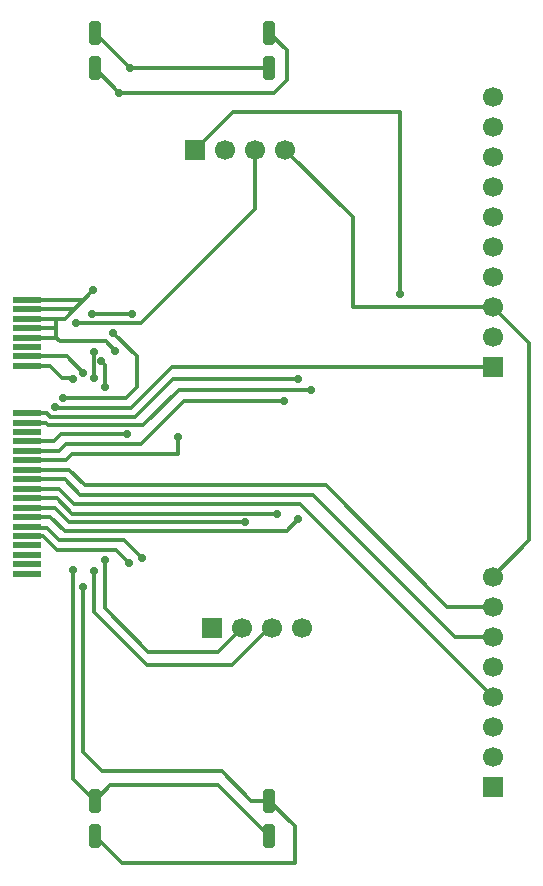
<source format=gbr>
%TF.GenerationSoftware,KiCad,Pcbnew,9.0.2*%
%TF.CreationDate,2025-06-25T22:54:11+10:00*%
%TF.ProjectId,F0-uConsole,46302d75-436f-46e7-936f-6c652e6b6963,rev?*%
%TF.SameCoordinates,Original*%
%TF.FileFunction,Copper,L2,Bot*%
%TF.FilePolarity,Positive*%
%FSLAX46Y46*%
G04 Gerber Fmt 4.6, Leading zero omitted, Abs format (unit mm)*
G04 Created by KiCad (PCBNEW 9.0.2) date 2025-06-25 22:54:11*
%MOMM*%
%LPD*%
G01*
G04 APERTURE LIST*
G04 Aperture macros list*
%AMRoundRect*
0 Rectangle with rounded corners*
0 $1 Rounding radius*
0 $2 $3 $4 $5 $6 $7 $8 $9 X,Y pos of 4 corners*
0 Add a 4 corners polygon primitive as box body*
4,1,4,$2,$3,$4,$5,$6,$7,$8,$9,$2,$3,0*
0 Add four circle primitives for the rounded corners*
1,1,$1+$1,$2,$3*
1,1,$1+$1,$4,$5*
1,1,$1+$1,$6,$7*
1,1,$1+$1,$8,$9*
0 Add four rect primitives between the rounded corners*
20,1,$1+$1,$2,$3,$4,$5,0*
20,1,$1+$1,$4,$5,$6,$7,0*
20,1,$1+$1,$6,$7,$8,$9,0*
20,1,$1+$1,$8,$9,$2,$3,0*%
G04 Aperture macros list end*
%TA.AperFunction,ComponentPad*%
%ADD10R,1.700000X1.700000*%
%TD*%
%TA.AperFunction,ComponentPad*%
%ADD11C,1.700000*%
%TD*%
%TA.AperFunction,SMDPad,CuDef*%
%ADD12R,2.350000X0.600000*%
%TD*%
%TA.AperFunction,ConnectorPad*%
%ADD13RoundRect,0.250000X-0.250000X-0.750000X0.250000X-0.750000X0.250000X0.750000X-0.250000X0.750000X0*%
%TD*%
%TA.AperFunction,ViaPad*%
%ADD14C,0.700000*%
%TD*%
%TA.AperFunction,Conductor*%
%ADD15C,0.300000*%
%TD*%
G04 APERTURE END LIST*
D10*
%TO.P,J5,1,Pin_1*%
%TO.N,+5V*%
X119680000Y-93400000D03*
D11*
%TO.P,J5,2,Pin_2*%
%TO.N,USB4_DN*%
X122220000Y-93400000D03*
%TO.P,J5,3,Pin_3*%
%TO.N,USB4_DP*%
X124760000Y-93400000D03*
%TO.P,J5,4,Pin_4*%
%TO.N,GND*%
X127300000Y-93400000D03*
%TD*%
D10*
%TO.P,J3,1,Pin_1*%
%TO.N,+3.3V*%
X143440164Y-71322884D03*
D11*
%TO.P,J3,2,Pin_2*%
%TO.N,SCL*%
X143440164Y-68782884D03*
%TO.P,J3,3,Pin_3*%
%TO.N,GND*%
X143440164Y-66242884D03*
%TO.P,J3,4,Pin_4*%
%TO.N,SDA*%
X143440164Y-63702884D03*
%TO.P,J3,5,Pin_5*%
%TO.N,TXD0*%
X143440164Y-61162884D03*
%TO.P,J3,6,Pin_6*%
%TO.N,RXD0*%
X143440164Y-58622884D03*
%TO.P,J3,7,Pin_7*%
%TO.N,GPIO40*%
X143440164Y-56082884D03*
%TO.P,J3,8,Pin_8*%
%TO.N,GPIO41*%
X143440164Y-53542884D03*
%TO.P,J3,9,Pin_9*%
%TO.N,RTS0*%
X143440164Y-51002884D03*
%TO.P,J3,10,Pin_10*%
%TO.N,GND*%
X143440164Y-48462884D03*
%TD*%
D12*
%TO.P,J1,2,5V*%
%TO.N,+5V*%
X104010000Y-65600000D03*
%TO.P,J1,4,5V*%
X104010000Y-66400000D03*
%TO.P,J1,6,5V*%
X104010000Y-67200000D03*
%TO.P,J1,8,5V*%
X104010000Y-68000000D03*
%TO.P,J1,10,5V*%
X104010000Y-68800000D03*
%TO.P,J1,12,GND*%
%TO.N,GND*%
X104010000Y-69600000D03*
%TO.P,J1,14,SPK_RP*%
%TO.N,/SPK_RP*%
X104010000Y-70400000D03*
%TO.P,J1,16,SPK_RN*%
%TO.N,/SPK_RN*%
X104010000Y-71200000D03*
%TO.P,J1,18,GPIO28*%
%TO.N,SDA*%
X104010000Y-75200000D03*
%TO.P,J1,20,GPIO29*%
%TO.N,SCL*%
X104010000Y-76000000D03*
%TO.P,J1,22,GPIO30*%
%TO.N,CTS0*%
X104010000Y-76800000D03*
%TO.P,J1,24,GPIO31*%
%TO.N,RTS0*%
X104010000Y-77600000D03*
%TO.P,J1,26,GPIO32*%
%TO.N,TXD0*%
X104010000Y-78400000D03*
%TO.P,J1,28,GPIO33*%
%TO.N,RXD0*%
X104010000Y-79200000D03*
%TO.P,J1,30,GPIO34*%
%TO.N,GPIO34*%
X104010000Y-80000000D03*
%TO.P,J1,32,GPIO35*%
%TO.N,SPI_CE1*%
X104010000Y-80800000D03*
%TO.P,J1,34,GPIO36*%
%TO.N,SPI_CE0*%
X104010000Y-81600000D03*
%TO.P,J1,36,GPIO37*%
%TO.N,SPI_MISO*%
X104010000Y-82400000D03*
%TO.P,J1,38,GPIO38*%
%TO.N,SPI_MOSI*%
X104010000Y-83200000D03*
%TO.P,J1,40,GPIO39*%
%TO.N,SPI_SCLK*%
X104010000Y-84000000D03*
%TO.P,J1,42,GPIO40*%
%TO.N,GPIO40*%
X104010000Y-84800000D03*
%TO.P,J1,44,GPIO41*%
%TO.N,GPIO41*%
X104010000Y-85600000D03*
%TO.P,J1,46,GPIO42*%
%TO.N,unconnected-(J1-GPIO42-Pad46)*%
X104010000Y-86400000D03*
%TO.P,J1,48,GPIO43*%
%TO.N,unconnected-(J1-GPIO43-Pad48)*%
X104010000Y-87200000D03*
%TO.P,J1,50,GPIO44*%
%TO.N,unconnected-(J1-GPIO44-Pad50)*%
X104010000Y-88000000D03*
%TO.P,J1,52,GPIO45*%
%TO.N,unconnected-(J1-GPIO45-Pad52)*%
X104010000Y-88800000D03*
%TD*%
D10*
%TO.P,J4,1,Pin_1*%
%TO.N,+5V*%
X118280000Y-52900000D03*
D11*
%TO.P,J4,2,Pin_2*%
%TO.N,USB3_DN*%
X120820000Y-52900000D03*
%TO.P,J4,3,Pin_3*%
%TO.N,USB3_DP*%
X123360000Y-52900000D03*
%TO.P,J4,4,Pin_4*%
%TO.N,GND*%
X125900000Y-52900000D03*
%TD*%
D10*
%TO.P,J2,1,Pin_1*%
%TO.N,+5V*%
X143440164Y-106822884D03*
D11*
%TO.P,J2,2,Pin_2*%
%TO.N,SPI_MOSI*%
X143440164Y-104282884D03*
%TO.P,J2,3,Pin_3*%
%TO.N,SPI_MISO*%
X143440164Y-101742884D03*
%TO.P,J2,4,Pin_4*%
%TO.N,SPI_CE0*%
X143440164Y-99202884D03*
%TO.P,J2,5,Pin_5*%
%TO.N,SPI_SCLK*%
X143440164Y-96662884D03*
%TO.P,J2,6,Pin_6*%
%TO.N,SPI_CE1*%
X143440164Y-94122884D03*
%TO.P,J2,7,Pin_7*%
%TO.N,GPIO34*%
X143440164Y-91582884D03*
%TO.P,J2,8,Pin_8*%
%TO.N,GND*%
X143440164Y-89042884D03*
%TD*%
D13*
%TO.P,U2,1,P1*%
%TO.N,/SPK_RP*%
X109750000Y-111000000D03*
%TO.P,U2,2,N1*%
%TO.N,/SPK_RN*%
X109750000Y-108000000D03*
%TO.P,U2,3,P2*%
%TO.N,/SPK_RP*%
X124520000Y-108000000D03*
%TO.P,U2,4,N2*%
%TO.N,/SPK_RN*%
X124520000Y-111000000D03*
%TD*%
%TO.P,U3,1,P1*%
%TO.N,/SPK_LP*%
X109750000Y-46000000D03*
%TO.P,U3,2,N1*%
%TO.N,/SPK_LN*%
X109750000Y-43000000D03*
%TO.P,U3,3,P2*%
%TO.N,/SPK_LP*%
X124520000Y-43000000D03*
%TO.P,U3,4,N2*%
%TO.N,/SPK_LN*%
X124520000Y-46000000D03*
%TD*%
D14*
%TO.N,+5V*%
X135600000Y-65100000D03*
X109600000Y-64800000D03*
X111500000Y-69900000D03*
%TO.N,GND*%
X111275000Y-68375000D03*
X107100000Y-73900000D03*
X112875000Y-66775000D03*
X109500000Y-66800000D03*
%TO.N,+3.3V*%
X106389144Y-74668502D03*
%TO.N,TXD0*%
X125800000Y-74200000D03*
%TO.N,RXD0*%
X116800000Y-77200000D03*
%TO.N,SDA*%
X127000000Y-72300000D03*
%TO.N,RTS0*%
X112475000Y-77000000D03*
%TO.N,SPI_MOSI*%
X122500000Y-84400000D03*
%TO.N,USB3_DP*%
X108200000Y-67600000D03*
%TO.N,GPIO40*%
X113800000Y-87500000D03*
%TO.N,USB4_DP*%
X109700000Y-70000000D03*
X109700000Y-88600000D03*
X109700000Y-72200000D03*
%TO.N,SPI_SCLK*%
X127001000Y-84201000D03*
%TO.N,SCL*%
X128100000Y-73200000D03*
%TO.N,SPI_MISO*%
X125200000Y-83700000D03*
%TO.N,USB4_DN*%
X110300000Y-70800000D03*
X110600000Y-87600000D03*
X110600000Y-73000000D03*
%TO.N,GPIO41*%
X112700000Y-87900000D03*
%TO.N,/SPK_RN*%
X107900000Y-88500000D03*
X107900000Y-72300000D03*
%TO.N,/SPK_LN*%
X112725000Y-45975000D03*
%TO.N,/SPK_RP*%
X108800000Y-71800000D03*
X108800000Y-89900000D03*
%TO.N,/SPK_LP*%
X111825000Y-48075000D03*
%TD*%
D15*
%TO.N,+5V*%
X109600000Y-64800000D02*
X107200000Y-67200000D01*
X104000000Y-68800000D02*
X106500000Y-68800000D01*
X108000000Y-66400000D02*
X104000000Y-66400000D01*
X108800000Y-65600000D02*
X104000000Y-65600000D01*
X111500000Y-69900000D02*
X110700000Y-69100000D01*
X121480000Y-49700000D02*
X118280000Y-52900000D01*
X109600000Y-64800000D02*
X108800000Y-65600000D01*
X135600000Y-65100000D02*
X135600000Y-49700000D01*
X106500000Y-68800000D02*
X106500000Y-68000000D01*
X106800000Y-69100000D02*
X106500000Y-68800000D01*
X107200000Y-67200000D02*
X106500000Y-67200000D01*
X106500000Y-68000000D02*
X104000000Y-68000000D01*
X104000000Y-67200000D02*
X106500000Y-67200000D01*
X135600000Y-49700000D02*
X121480000Y-49700000D01*
X110700000Y-69100000D02*
X106800000Y-69100000D01*
X106500000Y-67200000D02*
X106500000Y-68000000D01*
%TO.N,GND*%
X146500000Y-85983048D02*
X143440164Y-89042884D01*
X111275000Y-68375000D02*
X113300000Y-70400000D01*
X131642884Y-66242884D02*
X131600000Y-66200000D01*
X131600000Y-58600000D02*
X125900000Y-52900000D01*
X113300000Y-70400000D02*
X113300000Y-73000000D01*
X113300000Y-73000000D02*
X112400000Y-73900000D01*
X143440164Y-66242884D02*
X146500000Y-69302720D01*
X131600000Y-66200000D02*
X131600000Y-58600000D01*
X143440164Y-66242884D02*
X131642884Y-66242884D01*
X146500000Y-69302720D02*
X146500000Y-85983048D01*
X112875000Y-66775000D02*
X112850000Y-66800000D01*
X112850000Y-66800000D02*
X109500000Y-66800000D01*
X112400000Y-73900000D02*
X107100000Y-73900000D01*
%TO.N,+3.3V*%
X116277116Y-71322884D02*
X143440164Y-71322884D01*
X112800000Y-74800000D02*
X116277116Y-71322884D01*
X106520642Y-74800000D02*
X112800000Y-74800000D01*
X106389144Y-74668502D02*
X106520642Y-74800000D01*
%TO.N,TXD0*%
X125800000Y-74200000D02*
X117300000Y-74200000D01*
X107300000Y-77800000D02*
X106700000Y-78400000D01*
X117300000Y-74200000D02*
X113700000Y-77800000D01*
X106700000Y-78400000D02*
X104000000Y-78400000D01*
X113700000Y-77800000D02*
X107300000Y-77800000D01*
%TO.N,RXD0*%
X104000000Y-79200000D02*
X107300000Y-79200000D01*
X107300000Y-79200000D02*
X107800000Y-78700000D01*
X116800000Y-78700000D02*
X116800000Y-77200000D01*
X107800000Y-78700000D02*
X116800000Y-78700000D01*
%TO.N,SDA*%
X105700000Y-75200000D02*
X104000000Y-75200000D01*
X127000000Y-72300000D02*
X116400000Y-72300000D01*
X116400000Y-72300000D02*
X113199000Y-75501000D01*
X106009636Y-75501000D02*
X105704318Y-75195682D01*
X113199000Y-75501000D02*
X106009636Y-75501000D01*
X105704318Y-75195682D02*
X105700000Y-75200000D01*
%TO.N,RTS0*%
X112475000Y-77000000D02*
X106900000Y-77000000D01*
X106900000Y-77000000D02*
X106300000Y-77600000D01*
X106300000Y-77600000D02*
X104000000Y-77600000D01*
%TO.N,SPI_MOSI*%
X107600000Y-84400000D02*
X106400000Y-83200000D01*
X122500000Y-84400000D02*
X107600000Y-84400000D01*
X106400000Y-83200000D02*
X104000000Y-83200000D01*
%TO.N,USB3_DP*%
X123360000Y-52900000D02*
X123360000Y-57940000D01*
X123360000Y-57940000D02*
X113700000Y-67600000D01*
X113700000Y-67600000D02*
X108200000Y-67600000D01*
%TO.N,GPIO40*%
X112200000Y-85900000D02*
X106700000Y-85900000D01*
X106700000Y-85900000D02*
X105749000Y-84949000D01*
X104159000Y-84949000D02*
X104010000Y-84800000D01*
X105749000Y-84949000D02*
X104159000Y-84949000D01*
X113800000Y-87500000D02*
X112200000Y-85900000D01*
%TO.N,USB4_DP*%
X109700000Y-88600000D02*
X109700000Y-92000000D01*
X121418000Y-96500000D02*
X124518000Y-93400000D01*
X109700000Y-92000000D02*
X114200000Y-96500000D01*
X109700000Y-70000000D02*
X109700000Y-72200000D01*
X114200000Y-96500000D02*
X121418000Y-96500000D01*
X124518000Y-93400000D02*
X124760000Y-93400000D01*
%TO.N,SPI_SCLK*%
X126002000Y-85200000D02*
X107200000Y-85200000D01*
X107200000Y-85200000D02*
X106000000Y-84000000D01*
X127001000Y-84201000D02*
X126002000Y-85200000D01*
X106000000Y-84000000D02*
X104000000Y-84000000D01*
%TO.N,SCL*%
X128100000Y-73200000D02*
X116864364Y-73200000D01*
X105600000Y-76000000D02*
X104000000Y-76000000D01*
X105800000Y-76200000D02*
X105600000Y-76000000D01*
X113864364Y-76200000D02*
X105800000Y-76200000D01*
X116864364Y-73200000D02*
X113864364Y-76200000D01*
%TO.N,SPI_MISO*%
X107841480Y-83700000D02*
X106541480Y-82400000D01*
X106541480Y-82400000D02*
X104000000Y-82400000D01*
X125200000Y-83700000D02*
X107841480Y-83700000D01*
%TO.N,SPI_CE0*%
X104000000Y-81600000D02*
X106727493Y-81600000D01*
X127137280Y-82900000D02*
X143440164Y-99202884D01*
X108027493Y-82900000D02*
X127137280Y-82900000D01*
X106727493Y-81600000D02*
X108027493Y-82900000D01*
%TO.N,SPI_CE1*%
X108500000Y-82100000D02*
X128200000Y-82100000D01*
X107200000Y-80800000D02*
X108500000Y-82100000D01*
X128200000Y-82100000D02*
X140222884Y-94122884D01*
X140222884Y-94122884D02*
X143440164Y-94122884D01*
X104000000Y-80800000D02*
X107200000Y-80800000D01*
%TO.N,GPIO34*%
X104000000Y-80000000D02*
X107600000Y-80000000D01*
X129300000Y-81300000D02*
X139582884Y-91582884D01*
X107600000Y-80000000D02*
X108900000Y-81300000D01*
X139582884Y-91582884D02*
X143440164Y-91582884D01*
X108900000Y-81300000D02*
X129300000Y-81300000D01*
%TO.N,USB4_DN*%
X110600000Y-91700000D02*
X114300000Y-95400000D01*
X110600000Y-73000000D02*
X110600000Y-71100000D01*
X110600000Y-71100000D02*
X110300000Y-70800000D01*
X110600000Y-87600000D02*
X110600000Y-91700000D01*
X120220000Y-95400000D02*
X122220000Y-93400000D01*
X114300000Y-95400000D02*
X120220000Y-95400000D01*
%TO.N,GPIO41*%
X105400000Y-85600000D02*
X104000000Y-85600000D01*
X111600000Y-86800000D02*
X106600000Y-86800000D01*
X106600000Y-86800000D02*
X105400000Y-85600000D01*
X112700000Y-87900000D02*
X111600000Y-86800000D01*
%TO.N,/SPK_RN*%
X109750000Y-108000000D02*
X111050000Y-106700000D01*
X107000000Y-72200000D02*
X106000000Y-71200000D01*
X111050000Y-106700000D02*
X120220000Y-106700000D01*
X120220000Y-106700000D02*
X124520000Y-111000000D01*
X107800000Y-72200000D02*
X107000000Y-72200000D01*
X107900000Y-106150000D02*
X109750000Y-108000000D01*
X107900000Y-88500000D02*
X107900000Y-106150000D01*
X106000000Y-71200000D02*
X104010000Y-71200000D01*
X107900000Y-72300000D02*
X107800000Y-72200000D01*
%TO.N,/SPK_LN*%
X109750000Y-43000000D02*
X112725000Y-45975000D01*
X112750000Y-46000000D02*
X124520000Y-46000000D01*
X112725000Y-45975000D02*
X112750000Y-46000000D01*
%TO.N,/SPK_RP*%
X112050000Y-113300000D02*
X109750000Y-111000000D01*
X120500000Y-105500000D02*
X123000000Y-108000000D01*
X108800000Y-103900000D02*
X110400000Y-105500000D01*
X110400000Y-105500000D02*
X120500000Y-105500000D01*
X107400000Y-70400000D02*
X104010000Y-70400000D01*
X126700000Y-110180000D02*
X126700000Y-113300000D01*
X124520000Y-108000000D02*
X126700000Y-110180000D01*
X123000000Y-108000000D02*
X124520000Y-108000000D01*
X108800000Y-89900000D02*
X108800000Y-103900000D01*
X126700000Y-113300000D02*
X112050000Y-113300000D01*
X108800000Y-71800000D02*
X107400000Y-70400000D01*
%TO.N,/SPK_LP*%
X124520000Y-43000000D02*
X126000000Y-44480000D01*
X126000000Y-47000000D02*
X124900000Y-48100000D01*
X126000000Y-44480000D02*
X126000000Y-47000000D01*
X124900000Y-48100000D02*
X111850000Y-48100000D01*
X111825000Y-48075000D02*
X109750000Y-46000000D01*
X111850000Y-48100000D02*
X111825000Y-48075000D01*
%TD*%
M02*

</source>
